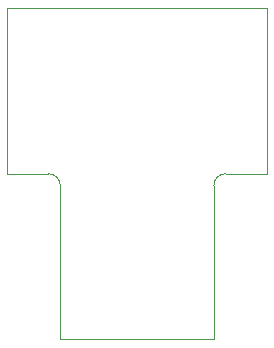
<source format=gm1>
G04*
G04 #@! TF.GenerationSoftware,Altium Limited,Altium NEXUS,5.8.2 (18)*
G04*
G04 Layer_Color=16711935*
%FSLAX25Y25*%
%MOIN*%
G70*
G04*
G04 #@! TF.SameCoordinates,96A2D957-15C9-49F1-B6A3-93ECAB74F1FA*
G04*
G04*
G04 #@! TF.FilePolarity,Positive*
G04*
G01*
G75*
%ADD14C,0.00394*%
D14*
X-25591Y51181D02*
G03*
X-29528Y55118I-3937J0D01*
G01*
X29528D02*
G03*
X25591Y51181I0J-3937D01*
G01*
X6281Y110236D02*
X13171D01*
X-6383D02*
X-872D01*
X-43307Y55118D02*
Y110236D01*
Y55118D02*
X-29528D01*
X-43307Y110236D02*
X43307D01*
Y55118D02*
Y110236D01*
X29528Y55118D02*
X43307D01*
X-25591Y0D02*
Y51181D01*
Y0D02*
X25591D01*
Y51181D01*
X-25591D02*
G03*
X-29528Y55118I-3937J0D01*
G01*
X29528D02*
G03*
X25591Y51181I0J-3937D01*
G01*
X6281Y110236D02*
X13171D01*
X-6383D02*
X-872D01*
X-43307Y55118D02*
Y110236D01*
Y55118D02*
X-29528D01*
X-43307Y110236D02*
X43307D01*
Y55118D02*
Y110236D01*
X29528Y55118D02*
X43307D01*
X-25591Y0D02*
Y51181D01*
Y0D02*
X25591D01*
Y51181D01*
M02*

</source>
